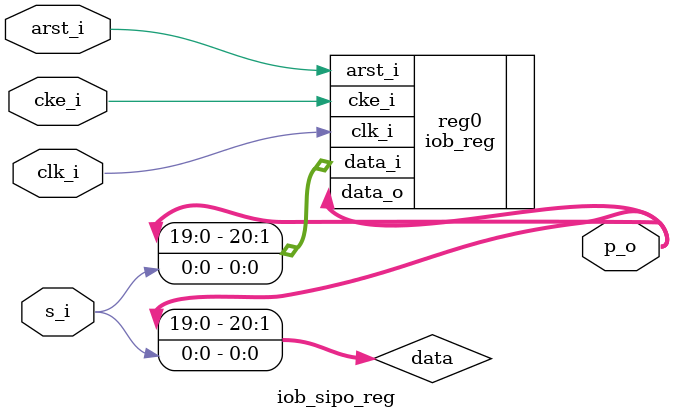
<source format=v>
`timescale 1ns / 1ps

module iob_sipo_reg #(
   parameter DATA_W = 21
) (

   input clk_i,
   input arst_i,
   input cke_i,

   //serial input
   input s_i,

   //parallel output
   output [DATA_W-1:0] p_o
);

   wire [DATA_W-1:0] data;
   assign data = {p_o[DATA_W-2:0], s_i};

   iob_reg #(
      .DATA_W (DATA_W),
      .RST_VAL(0),
      .CLKEDGE("posedge")
   ) reg0 (
      .clk_i (clk_i),
      .arst_i(arst_i),
      .cke_i (cke_i),

      .data_i(data),
      .data_o(p_o)
   );

endmodule

</source>
